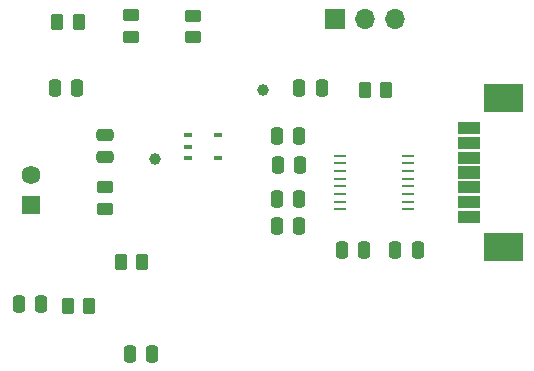
<source format=gts>
%TF.GenerationSoftware,KiCad,Pcbnew,7.0.7*%
%TF.CreationDate,2024-03-25T16:43:20-04:00*%
%TF.ProjectId,MicBoard,4d696342-6f61-4726-942e-6b696361645f,rev?*%
%TF.SameCoordinates,Original*%
%TF.FileFunction,Soldermask,Top*%
%TF.FilePolarity,Negative*%
%FSLAX46Y46*%
G04 Gerber Fmt 4.6, Leading zero omitted, Abs format (unit mm)*
G04 Created by KiCad (PCBNEW 7.0.7) date 2024-03-25 16:43:20*
%MOMM*%
%LPD*%
G01*
G04 APERTURE LIST*
G04 Aperture macros list*
%AMRoundRect*
0 Rectangle with rounded corners*
0 $1 Rounding radius*
0 $2 $3 $4 $5 $6 $7 $8 $9 X,Y pos of 4 corners*
0 Add a 4 corners polygon primitive as box body*
4,1,4,$2,$3,$4,$5,$6,$7,$8,$9,$2,$3,0*
0 Add four circle primitives for the rounded corners*
1,1,$1+$1,$2,$3*
1,1,$1+$1,$4,$5*
1,1,$1+$1,$6,$7*
1,1,$1+$1,$8,$9*
0 Add four rect primitives between the rounded corners*
20,1,$1+$1,$2,$3,$4,$5,0*
20,1,$1+$1,$4,$5,$6,$7,0*
20,1,$1+$1,$6,$7,$8,$9,0*
20,1,$1+$1,$8,$9,$2,$3,0*%
G04 Aperture macros list end*
%ADD10C,0.010000*%
%ADD11RoundRect,0.250000X-0.262500X-0.450000X0.262500X-0.450000X0.262500X0.450000X-0.262500X0.450000X0*%
%ADD12RoundRect,0.250000X-0.250000X-0.475000X0.250000X-0.475000X0.250000X0.475000X-0.250000X0.475000X0*%
%ADD13RoundRect,0.250000X0.250000X0.475000X-0.250000X0.475000X-0.250000X-0.475000X0.250000X-0.475000X0*%
%ADD14RoundRect,0.250000X-0.475000X0.250000X-0.475000X-0.250000X0.475000X-0.250000X0.475000X0.250000X0*%
%ADD15RoundRect,0.102000X-0.689000X-0.689000X0.689000X-0.689000X0.689000X0.689000X-0.689000X0.689000X0*%
%ADD16C,1.582000*%
%ADD17C,1.000000*%
%ADD18R,1.117600X0.228600*%
%ADD19R,0.774700X0.457200*%
%ADD20RoundRect,0.250000X-0.450000X0.262500X-0.450000X-0.262500X0.450000X-0.262500X0.450000X0.262500X0*%
%ADD21R,1.700000X1.700000*%
%ADD22O,1.700000X1.700000*%
G04 APERTURE END LIST*
%TO.C,J2*%
D10*
X99620200Y-76006200D02*
X96467800Y-76006200D01*
X96467800Y-73753800D01*
X99620200Y-73753800D01*
X99620200Y-76006200D01*
G36*
X99620200Y-76006200D02*
G01*
X96467800Y-76006200D01*
X96467800Y-73753800D01*
X99620200Y-73753800D01*
X99620200Y-76006200D01*
G37*
X96020200Y-72806200D02*
X94267800Y-72806200D01*
X94267800Y-71853800D01*
X96020200Y-71853800D01*
X96020200Y-72806200D01*
G36*
X96020200Y-72806200D02*
G01*
X94267800Y-72806200D01*
X94267800Y-71853800D01*
X96020200Y-71853800D01*
X96020200Y-72806200D01*
G37*
X96020200Y-71556200D02*
X94267800Y-71556200D01*
X94267800Y-70603800D01*
X96020200Y-70603800D01*
X96020200Y-71556200D01*
G36*
X96020200Y-71556200D02*
G01*
X94267800Y-71556200D01*
X94267800Y-70603800D01*
X96020200Y-70603800D01*
X96020200Y-71556200D01*
G37*
X96020200Y-70306200D02*
X94267800Y-70306200D01*
X94267800Y-69353800D01*
X96020200Y-69353800D01*
X96020200Y-70306200D01*
G36*
X96020200Y-70306200D02*
G01*
X94267800Y-70306200D01*
X94267800Y-69353800D01*
X96020200Y-69353800D01*
X96020200Y-70306200D01*
G37*
X96020200Y-69056200D02*
X94267800Y-69056200D01*
X94267800Y-68103800D01*
X96020200Y-68103800D01*
X96020200Y-69056200D01*
G36*
X96020200Y-69056200D02*
G01*
X94267800Y-69056200D01*
X94267800Y-68103800D01*
X96020200Y-68103800D01*
X96020200Y-69056200D01*
G37*
X96020200Y-67806200D02*
X94267800Y-67806200D01*
X94267800Y-66853800D01*
X96020200Y-66853800D01*
X96020200Y-67806200D01*
G36*
X96020200Y-67806200D02*
G01*
X94267800Y-67806200D01*
X94267800Y-66853800D01*
X96020200Y-66853800D01*
X96020200Y-67806200D01*
G37*
X96020200Y-66556200D02*
X94267800Y-66556200D01*
X94267800Y-65603800D01*
X96020200Y-65603800D01*
X96020200Y-66556200D01*
G36*
X96020200Y-66556200D02*
G01*
X94267800Y-66556200D01*
X94267800Y-65603800D01*
X96020200Y-65603800D01*
X96020200Y-66556200D01*
G37*
X96020200Y-65306200D02*
X94267800Y-65306200D01*
X94267800Y-64353800D01*
X96020200Y-64353800D01*
X96020200Y-65306200D01*
G36*
X96020200Y-65306200D02*
G01*
X94267800Y-65306200D01*
X94267800Y-64353800D01*
X96020200Y-64353800D01*
X96020200Y-65306200D01*
G37*
X99620200Y-63406200D02*
X96467800Y-63406200D01*
X96467800Y-61153800D01*
X99620200Y-61153800D01*
X99620200Y-63406200D01*
G36*
X99620200Y-63406200D02*
G01*
X96467800Y-63406200D01*
X96467800Y-61153800D01*
X99620200Y-61153800D01*
X99620200Y-63406200D01*
G37*
%TD*%
D11*
%TO.C,R7*%
X86313000Y-61595000D03*
X88138000Y-61595000D03*
%TD*%
D12*
%TO.C,C10*%
X88905000Y-75184000D03*
X90805000Y-75184000D03*
%TD*%
%TO.C,C4*%
X66426000Y-83947000D03*
X68326000Y-83947000D03*
%TD*%
D13*
%TO.C,C1*%
X61975293Y-61467293D03*
X60075293Y-61467293D03*
%TD*%
D14*
%TO.C,C2*%
X64325500Y-65405000D03*
X64325500Y-67305000D03*
%TD*%
D11*
%TO.C,R1*%
X60277293Y-55879293D03*
X62102293Y-55879293D03*
%TD*%
D15*
%TO.C,MK1*%
X58057800Y-71374000D03*
D16*
X58057800Y-68834000D03*
%TD*%
D13*
%TO.C,C5*%
X80772000Y-70866000D03*
X78872000Y-70866000D03*
%TD*%
D17*
%TO.C,TP3*%
X77724000Y-61595000D03*
%TD*%
D11*
%TO.C,R5*%
X61167000Y-79883000D03*
X62992000Y-79883000D03*
%TD*%
D18*
%TO.C,U3*%
X84226400Y-67194001D03*
X84226400Y-67843999D03*
X84226400Y-68494001D03*
X84226400Y-69143999D03*
X84226400Y-69793998D03*
X84226400Y-70443999D03*
X84226400Y-71093998D03*
X84226400Y-71743999D03*
X90017600Y-71743999D03*
X90017600Y-71094001D03*
X90017600Y-70443999D03*
X90017600Y-69794001D03*
X90017600Y-69144002D03*
X90017600Y-68494001D03*
X90017600Y-67844002D03*
X90017600Y-67194001D03*
%TD*%
D13*
%TO.C,C6*%
X78872000Y-73152000D03*
X80772000Y-73152000D03*
%TD*%
D19*
%TO.C,U2*%
X71380350Y-65470999D03*
X71380350Y-66421000D03*
X71380350Y-67371001D03*
X73907650Y-67371001D03*
X73907650Y-65470999D03*
%TD*%
D13*
%TO.C,C11*%
X82677000Y-61468000D03*
X80777000Y-61468000D03*
%TD*%
D20*
%TO.C,R3*%
X64325500Y-69850000D03*
X64325500Y-71675000D03*
%TD*%
%TO.C,R2*%
X66548000Y-55278000D03*
X66548000Y-57103000D03*
%TD*%
D17*
%TO.C,TP2*%
X68580000Y-67437000D03*
%TD*%
D13*
%TO.C,C8*%
X80883000Y-67968999D03*
X78983000Y-67968999D03*
%TD*%
D11*
%TO.C,R6*%
X65659000Y-76200000D03*
X67484000Y-76200000D03*
%TD*%
D12*
%TO.C,C3*%
X57028000Y-79756000D03*
X58928000Y-79756000D03*
%TD*%
%TO.C,C7*%
X78872000Y-65532000D03*
X80772000Y-65532000D03*
%TD*%
D21*
%TO.C,J1*%
X83820000Y-55626000D03*
D22*
X86360000Y-55626000D03*
X88900000Y-55626000D03*
%TD*%
D20*
%TO.C,R4*%
X71755000Y-55325000D03*
X71755000Y-57150000D03*
%TD*%
D12*
%TO.C,C9*%
X84394000Y-75184000D03*
X86294000Y-75184000D03*
%TD*%
M02*

</source>
